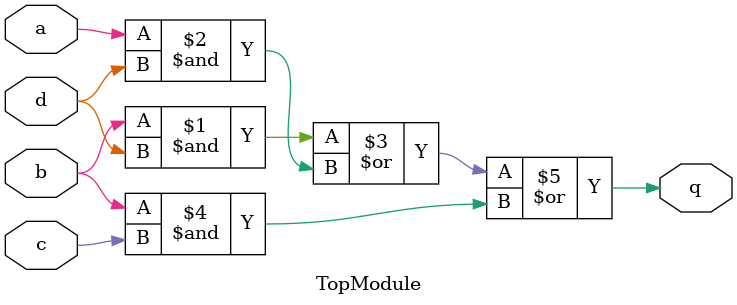
<source format=sv>
module TopModule(
    input logic a,
    input logic b,
    input logic c,
    input logic d,
    output logic q
);

    assign q = (b & d) | (a & d) | (b & c);

endmodule
</source>
